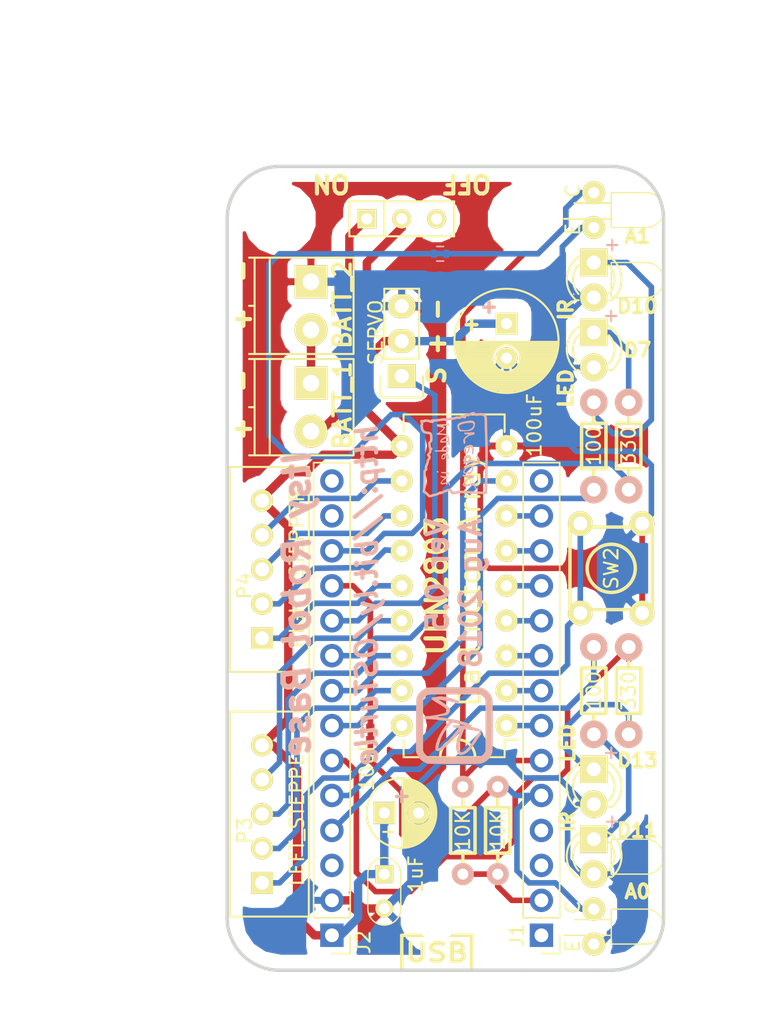
<source format=kicad_pcb>
(kicad_pcb (version 4) (host pcbnew 4.0.6)
  (title_block (title "Itsy Robot Board") (date 2018-04-28) (rev 0.3) (company www.MakersBox.us) (comment 1 "K. Olsen"))
  (layers (0 F.Cu signal hide) (31 B.Cu signal hide) (34 B.Paste user) (35 F.Paste user) (36 B.SilkS user) (37 F.SilkS user) (38 B.Mask user) (39 F.Mask user) (44 Edge.Cuts user))
  (net 0 "")
  (net 1 GND)
  (net 2 /D10)
  (net 3 /D11)
  (net 4 /D12)
  (net 5 /D13)
  (net 6 "Net-(P3-Pad2)")
  (net 7 "Net-(P3-Pad1)")
  (net 8 "Net-(P4-Pad2)")
  (net 9 "Net-(P4-Pad1)")
  (net 10 "Net-(P5-Pad2)")
  (net 11 "Net-(P6-Pad2)")
  (net 12 "Net-(P3-Pad3)")
  (net 13 "Net-(P3-Pad4)")
  (net 14 "Net-(P4-Pad3)")
  (net 15 "Net-(P4-Pad4)")
  (net 16 /A4)
  (net 17 /A5)
  (net 18 /A0)
  (net 19 /A1)
  (net 20 /D5)
  (net 21 "Net-(D2-Pad2)")
  (net 22 "Net-(D3-Pad2)")
  (net 23 "Net-(D4-Pad2)")
  (net 24 "Net-(D5-Pad2)")
  (net 25 /D9)
  (net 26 /A2)
  (net 27 /A3)
  (net 28 /BAT)
  (net 29 /RST)
  (net 30 +3V3)
  (net 31 "Net-(J1-Pad3)")
  (net 32 "Net-(J1-Pad4)")
  (net 33 /D15)
  (net 34 /D16)
  (net 35 /D14)
  (net 36 "Net-(J1-Pad14)")
  (net 37 /USB)
  (net 38 /D7)
  (net 39 /TX)
  (net 40 /RX)
  (module myFootPrints:PHOTOTRANS (layer F.Cu) (at 148.59 114.935 90)
    (fp_text reference Q2 hide)
    (fp_text value OPTO_NPN hide)
    (fp_text user E (at -1.397 -1.524 90) (layer F.SilkS))
    (fp_text user C (at 1.397 -1.524 90) (layer F.SilkS))
    (pad 1 thru_hole circle (at -1.27 0 90) (size 1.6764 1.6764) (drill 0.8128) (layers *.Cu *.Mask F.SilkS) (net 1 GND))
    (pad 3 thru_hole circle (at 1.27 0 135) (size 1.6764 1.6764) (drill 0.8128) (layers *.Cu *.Mask F.SilkS) (net 18 /A0))
  )
  (module LEDs:LED-3MM (layer F.Cu) (at 148.59 106.045 90)
    (fp_text reference D4 hide)
    (fp_text value LED)
    (pad 1 thru_hole circle (at 0 0 180) (size 2 2) (drill 1.00076) (layers *.Cu *.Mask F.SilkS) (net 1 GND))
    (pad 2 thru_hole rect (at 2.54 0 90) (size 2 2) (drill 1.00076) (layers *.Cu *.Mask F.SilkS) (net 23 "Net-(D4-Pad2)"))
  )
  (module library:JST_B5B-XH-A (layer F.Cu) (at 124.46 111.76 90)
    (fp_text reference P3 (at 3.81 -1.27 90) (layer F.SilkS))
    (fp_text value LEFT_STEPPER (at 5.08 2.54 90) (layer F.SilkS))
    (pad 1 thru_hole rect (at 0 0 90) (size 1.6 1.6) (drill 1) (layers *.Cu *.Mask F.SilkS) (net 7 "Net-(P3-Pad1)"))
    (pad 2 thru_hole circle (at 2.5 0 90) (size 1.6 1.6) (drill 1) (layers *.Cu *.Mask F.SilkS) (net 6 "Net-(P3-Pad2)"))
    (pad 3 thru_hole circle (at 5 0 90) (size 1.6 1.6) (drill 1) (layers *.Cu *.Mask F.SilkS) (net 12 "Net-(P3-Pad3)"))
    (pad 4 thru_hole circle (at 7.5 0 90) (size 1.6 1.6) (drill 1) (layers *.Cu *.Mask F.SilkS) (net 13 "Net-(P3-Pad4)"))
    (pad 5 thru_hole circle (at 10 0 90) (size 1.6 1.6) (drill 1) (layers *.Cu *.Mask F.SilkS) (net 28 /BAT))
  )
  (module Capacitors_ThroughHole:C_Radial_D5_L11_P2.5 (layer F.Cu) (at 133.35 106.68)
    (fp_text reference C2 hide)
    (fp_text value 10uF (at -1.27 -3.429 90) (layer F.SilkS))
    (fp_text user + (at 0.3 1.3) (layer F.SilkS))
    (pad 1 thru_hole rect (at 0 0) (size 1.6 1.6) (drill 0.8) (layers *.Cu *.Mask F.SilkS) (net 28 /BAT))
    (pad 2 thru_hole circle (at 2.5 0) (size 1.6 1.6) (drill 0.8) (layers *.Cu *.Mask F.SilkS) (net 1 GND))
  )
  (module Pin_Headers:Pin_Header_Straight_1x14_Pitch2.54mm (layer F.Cu) (at 144.78 115.57 180)
    (fp_text reference J1 (at 1.778 0 270) (layer F.SilkS))
    (fp_text value Isty_Left)
    (pad 1 thru_hole rect (at 0 0 180) (size 1.7 1.7) (drill 1) (layers *.Cu *.Mask) (net 29 /RST))
    (pad 2 thru_hole oval (at 0 2.54 180) (size 1.7 1.7) (drill 1) (layers *.Cu *.Mask) (net 30 +3V3))
    (pad 3 thru_hole oval (at 0 5.08 180) (size 1.7 1.7) (drill 1) (layers *.Cu *.Mask) (net 31 "Net-(J1-Pad3)"))
    (pad 4 thru_hole oval (at 0 7.62 180) (size 1.7 1.7) (drill 1) (layers *.Cu *.Mask) (net 32 "Net-(J1-Pad4)"))
    (pad 5 thru_hole oval (at 0 10.16 180) (size 1.7 1.7) (drill 1) (layers *.Cu *.Mask) (net 18 /A0))
    (pad 6 thru_hole oval (at 0 12.7 180) (size 1.7 1.7) (drill 1) (layers *.Cu *.Mask) (net 19 /A1))
    (pad 7 thru_hole oval (at 0 15.24 180) (size 1.7 1.7) (drill 1) (layers *.Cu *.Mask) (net 26 /A2))
    (pad 8 thru_hole oval (at 0 17.78 180) (size 1.7 1.7) (drill 1) (layers *.Cu *.Mask) (net 27 /A3))
    (pad 9 thru_hole oval (at 0 20.32 180) (size 1.7 1.7) (drill 1) (layers *.Cu *.Mask) (net 16 /A4))
    (pad 10 thru_hole oval (at 0 22.86 180) (size 1.7 1.7) (drill 1) (layers *.Cu *.Mask) (net 17 /A5))
    (pad 11 thru_hole oval (at 0 25.4 180) (size 1.7 1.7) (drill 1) (layers *.Cu *.Mask) (net 33 /D15))
    (pad 12 thru_hole oval (at 0 27.94 180) (size 1.7 1.7) (drill 1) (layers *.Cu *.Mask) (net 34 /D16))
    (pad 13 thru_hole oval (at 0 30.48 180) (size 1.7 1.7) (drill 1) (layers *.Cu *.Mask) (net 35 /D14))
    (pad 14 thru_hole oval (at 0 33.02 180) (size 1.7 1.7) (drill 1) (layers *.Cu *.Mask) (net 36 "Net-(J1-Pad14)"))
  )
  (module Capacitors_ThroughHole:C_Disc_D3_P2.5 (layer F.Cu) (at 133.35 111.125 270)
    (fp_text reference C3 hide)
    (fp_text value 1uF (at 0 -2.286 450) (layer F.SilkS))
    (pad 1 thru_hole rect (at 0 0 270) (size 1.3 1.3) (drill 0.8) (layers *.Cu *.Mask F.SilkS) (net 28 /BAT))
    (pad 2 thru_hole circle (at 2.5 0 270) (size 1.3 1.3) (drill 0.8001) (layers *.Cu *.Mask F.SilkS) (net 1 GND))
  )
  (module Housings_DIP:DIP-18_W7.62mm (layer F.Cu) (at 142.24 100.33 180)
    (fp_text reference U1 hide)
    (fp_text value ULN2803 (at 5.08 10.16 270) (layer F.SilkS) (effects (font (size 1.5 1.5) (thickness 0.3))))
    (pad 1 thru_hole oval (at 0 0 180) (size 1.6 1.6) (drill 0.8) (layers *.Cu *.Mask F.SilkS) (net 26 /A2))
    (pad 2 thru_hole oval (at 0 2.54 180) (size 1.6 1.6) (drill 0.8) (layers *.Cu *.Mask F.SilkS) (net 27 /A3))
    (pad 3 thru_hole oval (at 0 5.08 180) (size 1.6 1.6) (drill 0.8) (layers *.Cu *.Mask F.SilkS) (net 16 /A4))
    (pad 4 thru_hole oval (at 0 7.62 180) (size 1.6 1.6) (drill 0.8) (layers *.Cu *.Mask F.SilkS) (net 17 /A5))
    (pad 5 thru_hole oval (at 0 10.16 180) (size 1.6 1.6) (drill 0.8) (layers *.Cu *.Mask F.SilkS) (net 33 /D15))
    (pad 6 thru_hole oval (at 0 12.7 180) (size 1.6 1.6) (drill 0.8) (layers *.Cu *.Mask F.SilkS) (net 34 /D16))
    (pad 7 thru_hole oval (at 0 15.24 180) (size 1.6 1.6) (drill 0.8) (layers *.Cu *.Mask F.SilkS) (net 35 /D14))
    (pad 8 thru_hole oval (at 0 17.78 180) (size 1.6 1.6) (drill 0.8) (layers *.Cu *.Mask F.SilkS) (net 25 /D9))
    (pad 9 thru_hole oval (at 0 20.32 180) (size 1.6 1.6) (drill 0.8) (layers *.Cu *.Mask F.SilkS) (net 1 GND))
    (pad 10 thru_hole oval (at 7.62 20.32 180) (size 1.6 1.6) (drill 0.8) (layers *.Cu *.Mask F.SilkS) (net 28 /BAT))
    (pad 11 thru_hole oval (at 7.62 17.78 180) (size 1.6 1.6) (drill 0.8) (layers *.Cu *.Mask F.SilkS) (net 15 "Net-(P4-Pad4)"))
    (pad 12 thru_hole oval (at 7.62 15.24 180) (size 1.6 1.6) (drill 0.8) (layers *.Cu *.Mask F.SilkS) (net 14 "Net-(P4-Pad3)"))
    (pad 13 thru_hole oval (at 7.62 12.7 180) (size 1.6 1.6) (drill 0.8) (layers *.Cu *.Mask F.SilkS) (net 8 "Net-(P4-Pad2)"))
    (pad 14 thru_hole oval (at 7.62 10.16 180) (size 1.6 1.6) (drill 0.8) (layers *.Cu *.Mask F.SilkS) (net 9 "Net-(P4-Pad1)"))
    (pad 15 thru_hole oval (at 7.62 7.62 180) (size 1.6 1.6) (drill 0.8) (layers *.Cu *.Mask F.SilkS) (net 13 "Net-(P3-Pad4)"))
    (pad 16 thru_hole oval (at 7.62 5.08 180) (size 1.6 1.6) (drill 0.8) (layers *.Cu *.Mask F.SilkS) (net 12 "Net-(P3-Pad3)"))
    (pad 17 thru_hole oval (at 7.62 2.54 180) (size 1.6 1.6) (drill 0.8) (layers *.Cu *.Mask F.SilkS) (net 6 "Net-(P3-Pad2)"))
    (pad 18 thru_hole oval (at 7.62 0 180) (size 1.6 1.6) (drill 0.8) (layers *.Cu *.Mask F.SilkS) (net 7 "Net-(P3-Pad1)"))
  )
  (module library:JST_B5B-XH-A (layer F.Cu) (at 124.46 93.98 90)
    (fp_text reference P4 (at 3.81 -1.27 90) (layer F.SilkS))
    (fp_text value RIGHT_STEPPER (at 5.08 2.54 90) (layer F.SilkS))
    (pad 1 thru_hole rect (at 0 0 90) (size 1.6 1.6) (drill 1) (layers *.Cu *.Mask F.SilkS) (net 9 "Net-(P4-Pad1)"))
    (pad 2 thru_hole circle (at 2.5 0 90) (size 1.6 1.6) (drill 1) (layers *.Cu *.Mask F.SilkS) (net 8 "Net-(P4-Pad2)"))
    (pad 3 thru_hole circle (at 5 0 90) (size 1.6 1.6) (drill 1) (layers *.Cu *.Mask F.SilkS) (net 14 "Net-(P4-Pad3)"))
    (pad 4 thru_hole circle (at 7.5 0 90) (size 1.6 1.6) (drill 1) (layers *.Cu *.Mask F.SilkS) (net 15 "Net-(P4-Pad4)"))
    (pad 5 thru_hole circle (at 10 0 90) (size 1.6 1.6) (drill 1) (layers *.Cu *.Mask F.SilkS) (net 28 /BAT))
  )
  (module myFootPrints:Lego_Pad (layer F.Cu) (at 137.16 114.3)
    (fp_text reference P9 hide)
    (fp_text value CONN_01X01 hide)
    (pad "" np_thru_hole circle (at 0 0) (size 3.25 3.25) (drill 3.25) (layers *.Cu *.Mask))
  )
  (module myFootPrints:Lego_Pad (layer F.Cu) (at 143.51 63.5)
    (fp_text reference P9 hide)
    (fp_text value CONN_01X01 hide)
    (pad "" np_thru_hole circle (at 0 0) (size 3.25 3.25) (drill 3.25) (layers *.Cu *.Mask))
  )
  (module myFootPrints:Lego_Pad (layer F.Cu) (at 125.73 63.5)
    (fp_text reference P9 hide)
    (fp_text value CONN_01X01 hide)
    (pad "" np_thru_hole circle (at 0 0) (size 3.25 3.25) (drill 3.25) (layers *.Cu *.Mask))
  )
  (module Capacitors_ThroughHole:C_Radial_D7.5_L11.2_P2.5 (layer F.Cu) (at 142.24 71.12 270)
    (fp_text reference C1 hide)
    (fp_text value 100uF (at 7.366 -2.032 450) (layer F.SilkS))
    (pad 2 thru_hole circle (at 2.5 0 270) (size 1.6 1.6) (drill 0.8) (layers *.Cu *.Mask F.SilkS) (net 1 GND))
    (pad 1 thru_hole rect (at 0 0 270) (size 1.6 1.6) (drill 0.8) (layers *.Cu *.Mask F.SilkS) (net 28 /BAT))
  )
  (module Pin_Headers:Pin_Header_Straight_1x03 (layer F.Cu) (at 134.62 74.93 180)
    (fp_text reference P7 hide)
    (fp_text value SERVO (at 1.905 3.175 270) (layer F.SilkS))
    (pad 1 thru_hole rect (at 0 0 180) (size 2.032 1.7272) (drill 1.016) (layers *.Cu *.Mask F.SilkS) (net 20 /D5))
    (pad 2 thru_hole oval (at 0 2.54 180) (size 2.032 1.7272) (drill 1.016) (layers *.Cu *.Mask F.SilkS) (net 28 /BAT))
    (pad 3 thru_hole oval (at 0 5.08 180) (size 2.032 1.7272) (drill 1.016) (layers *.Cu *.Mask F.SilkS) (net 1 GND))
  )
  (module myFootPrints:SW_Micro_SPST (layer F.Cu) (at 134.62 63.5)
    (fp_text reference SW1 hide)
    (fp_text value SPST)
    (pad 1 thru_hole rect (at -2.54 0) (size 1.397 1.397) (drill 0.8128) (layers *.Cu *.Mask F.SilkS) (net 11 "Net-(P6-Pad2)"))
    (pad 2 thru_hole circle (at 0 0) (size 1.397 1.397) (drill 0.8128) (layers *.Cu *.Mask F.SilkS) (net 28 /BAT))
    (pad 3 thru_hole circle (at 2.54 0) (size 1.397 1.397) (drill 0.8128) (layers *.Cu *.Mask F.SilkS))
  )
  (module myFootPrints:MadeInOregonRev25 (layer F.Cu) (at 138.43 80.645 90)
    (fp_text reference VAL hide)
    (fp_text value MadeInOregonRev25 hide)
  )
  (module myFootPrints:MB225rev (layer F.Cu) (at 138.43 100.33 90)
    (fp_text reference VAL hide)
    (fp_text value MB225rev hide)
  )
  (module Terminal_Blocks:TerminalBlock_Pheonix_PT-3.5mm_2pol (layer F.Cu) (at 128.016 68.072 270)
    (fp_text reference P5 hide)
    (fp_text value BATT1)
    (pad 2 thru_hole circle (at 3.5 0 270) (size 2.4 2.4) (drill 1.2) (layers *.Cu *.Mask F.SilkS) (net 10 "Net-(P5-Pad2)"))
    (pad 1 thru_hole rect (at 0 0 270) (size 2.4 2.4) (drill 1.2) (layers *.Cu *.Mask F.SilkS) (net 1 GND))
  )
  (module Terminal_Blocks:TerminalBlock_Pheonix_PT-3.5mm_2pol (layer F.Cu) (at 128.016 75.438 270)
    (fp_text reference P6 hide)
    (fp_text value BATT2)
    (pad 2 thru_hole circle (at 3.5 0 270) (size 2.4 2.4) (drill 1.2) (layers *.Cu *.Mask F.SilkS) (net 11 "Net-(P6-Pad2)"))
    (pad 1 thru_hole rect (at 0 0 270) (size 2.4 2.4) (drill 1.2) (layers *.Cu *.Mask F.SilkS) (net 10 "Net-(P5-Pad2)"))
  )
  (module LEDs:LED-3MM (layer F.Cu) (at 148.59 74.295 90)
    (fp_text reference D3 hide)
    (fp_text value LED)
    (pad 1 thru_hole circle (at 0 0 180) (size 2 2) (drill 1.00076) (layers *.Cu *.Mask F.SilkS) (net 1 GND))
    (pad 2 thru_hole rect (at 2.54 0 90) (size 2 2) (drill 1.00076) (layers *.Cu *.Mask F.SilkS) (net 22 "Net-(D3-Pad2)"))
  )
  (module myFootPrints:Resistor_Horz (layer F.Cu) (at 148.59 97.79 270)
    (fp_text reference R2)
    (fp_text value 100 (at 0 0 270) (layer F.SilkS))
    (pad 1 thru_hole circle (at -3.175 0 270) (size 1.99898 1.99898) (drill 1.00076) (layers *.Cu *.SilkS *.Mask) (net 5 /D13))
    (pad 2 thru_hole circle (at 3.175 0 270) (size 1.99898 1.99898) (drill 1.00076) (layers *.Cu *.SilkS *.Mask) (net 21 "Net-(D2-Pad2)"))
  )
  (module myFootPrints:Resistor_Horz (layer F.Cu) (at 151.13 80.01 90)
    (fp_text reference R3)
    (fp_text value 330 (at 0 0 90) (layer F.SilkS))
    (pad 1 thru_hole circle (at -3.175 0 90) (size 1.99898 1.99898) (drill 1.00076) (layers *.Cu *.SilkS *.Mask) (net 38 /D7))
    (pad 2 thru_hole circle (at 3.175 0 90) (size 1.99898 1.99898) (drill 1.00076) (layers *.Cu *.SilkS *.Mask) (net 22 "Net-(D3-Pad2)"))
  )
  (module myFootPrints:Resistor_Horz (layer F.Cu) (at 151.13 97.79 270)
    (fp_text reference R4)
    (fp_text value 330 (at 0 0 270) (layer F.SilkS))
    (pad 1 thru_hole circle (at -3.175 0 270) (size 1.99898 1.99898) (drill 1.00076) (layers *.Cu *.SilkS *.Mask) (net 3 /D11))
    (pad 2 thru_hole circle (at 3.175 0 270) (size 1.99898 1.99898) (drill 1.00076) (layers *.Cu *.SilkS *.Mask) (net 23 "Net-(D4-Pad2)"))
  )
  (module myFootPrints:Resistor_Horz (layer F.Cu) (at 148.59 80.01 90)
    (fp_text reference R5)
    (fp_text value 100 (at 0 0 90) (layer F.SilkS))
    (pad 1 thru_hole circle (at -3.175 0 90) (size 1.99898 1.99898) (drill 1.00076) (layers *.Cu *.SilkS *.Mask) (net 2 /D10))
    (pad 2 thru_hole circle (at 3.175 0 90) (size 1.99898 1.99898) (drill 1.00076) (layers *.Cu *.SilkS *.Mask) (net 24 "Net-(D5-Pad2)"))
  )
  (module myFootPrints:Resistor_Horz (layer F.Cu) (at 141.605 107.95 90)
    (fp_text reference R6)
    (fp_text value 10K (at 0 0 90) (layer F.SilkS))
    (pad 1 thru_hole circle (at -3.175 0 90) (size 1.6 1.6) (drill 0.8) (layers *.Cu *.SilkS *.Mask) (net 30 +3V3))
    (pad 2 thru_hole circle (at 3.175 0 90) (size 1.6 1.6) (drill 0.8) (layers *.Cu *.SilkS *.Mask) (net 18 /A0))
  )
  (module myFootPrints:Resistor_Horz (layer F.Cu) (at 139.065 107.95 90)
    (fp_text reference R7)
    (fp_text value 10K (at 0 0 90) (layer F.SilkS))
    (pad 1 thru_hole circle (at -3.175 0 90) (size 1.6 1.6) (drill 0.8) (layers *.Cu *.SilkS *.Mask) (net 30 +3V3))
    (pad 2 thru_hole circle (at 3.175 0 90) (size 1.6 1.6) (drill 0.8) (layers *.Cu *.SilkS *.Mask) (net 19 /A1))
  )
  (module myFootPrints:SW_PUSH_SMALL (layer F.Cu) (at 149.86 88.9 90)
    (fp_text reference SW2 (at 0 0 90) (layer F.SilkS))
    (fp_text value SW_PUSH hide)
    (pad 1 thru_hole circle (at 3.25 -2.25 90) (size 1.8 1.8) (drill 1) (layers *.Cu *.Mask F.SilkS) (net 4 /D12))
    (pad 2 thru_hole circle (at 3.25 2.25 90) (size 1.8 1.8) (drill 1) (layers *.Cu *.Mask F.SilkS) (net 1 GND))
    (pad 1 thru_hole circle (at -3.25 -2.25 90) (size 1.8 1.8) (drill 1) (layers *.Cu *.Mask F.SilkS) (net 4 /D12))
    (pad 2 thru_hole circle (at -3.25 2.25 90) (size 1.8 1.8) (drill 1) (layers *.Cu *.Mask F.SilkS) (net 1 GND))
  )
  (module Pin_Headers:Pin_Header_Straight_1x14_Pitch2.54mm (layer F.Cu) (at 129.54 115.57 180)
    (fp_text reference J2 (at -2.286 -0.508 270) (layer F.SilkS))
    (fp_text value Itsy_right)
    (pad 1 thru_hole rect (at 0 0 180) (size 1.7 1.7) (drill 1) (layers *.Cu *.Mask) (net 28 /BAT))
    (pad 2 thru_hole oval (at 0 2.54 180) (size 1.7 1.7) (drill 1) (layers *.Cu *.Mask) (net 1 GND))
    (pad 3 thru_hole oval (at 0 5.08 180) (size 1.7 1.7) (drill 1) (layers *.Cu *.Mask) (net 37 /USB))
    (pad 4 thru_hole oval (at 0 7.62 180) (size 1.7 1.7) (drill 1) (layers *.Cu *.Mask) (net 5 /D13))
    (pad 5 thru_hole oval (at 0 10.16 180) (size 1.7 1.7) (drill 1) (layers *.Cu *.Mask) (net 4 /D12))
    (pad 6 thru_hole oval (at 0 12.7 180) (size 1.7 1.7) (drill 1) (layers *.Cu *.Mask) (net 3 /D11))
    (pad 7 thru_hole oval (at 0 15.24 180) (size 1.7 1.7) (drill 1) (layers *.Cu *.Mask) (net 2 /D10))
    (pad 8 thru_hole oval (at 0 17.78 180) (size 1.7 1.7) (drill 1) (layers *.Cu *.Mask) (net 25 /D9))
    (pad 9 thru_hole oval (at 0 20.32 180) (size 1.7 1.7) (drill 1) (layers *.Cu *.Mask) (net 38 /D7))
    (pad 10 thru_hole oval (at 0 22.86 180) (size 1.7 1.7) (drill 1) (layers *.Cu *.Mask) (net 20 /D5))
    (pad 11 thru_hole oval (at 0 25.4 180) (size 1.7 1.7) (drill 1) (layers *.Cu *.Mask) (net 18 /A0))
    (pad 12 thru_hole oval (at 0 27.94 180) (size 1.7 1.7) (drill 1) (layers *.Cu *.Mask) (net 19 /A1))
    (pad 13 thru_hole oval (at 0 30.48 180) (size 1.7 1.7) (drill 1) (layers *.Cu *.Mask) (net 39 /TX))
    (pad 14 thru_hole oval (at 0 33.02 180) (size 1.7 1.7) (drill 1) (layers *.Cu *.Mask) (net 40 /RX))
  )
  (module Resistors_SMD:R_0402 (layer B.Cu) (at 137.414 66.04 180)
    (fp_text reference R1 hide)
    (fp_text value 0)
    (pad 1 smd rect (at -0.45 0 180) (size 0.4 0.6) (layers B.Cu B.Paste B.Mask) (net 19 /A1))
    (pad 2 smd rect (at 0.45 0 180) (size 0.4 0.6) (layers B.Cu B.Paste B.Mask) (net 19 /A1))
  )
  (module Resistors_SMD:R_0402 (layer F.Cu) (at 132.334 100.838 270)
    (fp_text reference R8 hide)
    (fp_text value 0)
    (pad 1 smd rect (at -0.45 0 270) (size 0.4 0.6) (layers F.Cu F.Paste F.Mask) (net 18 /A0))
    (pad 2 smd rect (at 0.45 0 270) (size 0.4 0.6) (layers F.Cu F.Paste F.Mask) (net 18 /A0))
  )
  (module library:LED-3MM_RA (layer F.Cu) (at 148.59 111.125 90)
    (fp_text reference D2 hide)
    (fp_text value IR_LED)
    (fp_text user + (at 3.81 1.27 90) (layer B.SilkS) (effects (justify mirror)))
    (fp_text user + (at 3.81 1.27 90) (layer F.SilkS))
    (pad 1 thru_hole circle (at 0 0 180) (size 2 2) (drill 1.00076) (layers *.Cu *.Mask F.SilkS) (net 1 GND))
    (pad 2 thru_hole rect (at 2.54 0 90) (size 2 2) (drill 1.00076) (layers *.Cu *.Mask F.SilkS) (net 21 "Net-(D2-Pad2)"))
  )
  (module library:LED-3MM_RA (layer F.Cu) (at 148.59 69.215 90)
    (fp_text reference D5 hide)
    (fp_text value "IR LED")
    (fp_text user + (at 3.81 1.27 90) (layer B.SilkS) (effects (justify mirror)))
    (fp_text user + (at 3.81 1.27 90) (layer F.SilkS))
    (pad 1 thru_hole circle (at 0 0 180) (size 2 2) (drill 1.00076) (layers *.Cu *.Mask F.SilkS) (net 1 GND))
    (pad 2 thru_hole rect (at 2.54 0 90) (size 2 2) (drill 1.00076) (layers *.Cu *.Mask F.SilkS) (net 24 "Net-(D5-Pad2)"))
  )
  (module library:PHOTOTRANS-RA (layer F.Cu) (at 148.59 62.865 90)
    (fp_text reference Q1 hide)
    (fp_text value OPTO_NPN hide)
    (fp_text user E (at -1.397 -1.524 90) (layer F.SilkS))
    (fp_text user C (at 1.397 -1.524 90) (layer F.SilkS))
    (pad 1 thru_hole circle (at -1.27 0 90) (size 1.6764 1.6764) (drill 0.8128) (layers *.Cu *.Mask F.SilkS) (net 1 GND))
    (pad 3 thru_hole circle (at 1.27 0 135) (size 1.6764 1.6764) (drill 0.8128) (layers *.Cu *.Mask F.SilkS) (net 19 /A1))
  )
  (gr_text + (at 149.86 70.485) (layer F.SilkS) (effects (font (size 1 1))))
  (gr_text + (at 149.86 70.485) (layer B.SilkS) (effects (font (size 1 1))))
  (gr_text + (at 149.86 102.235) (layer B.SilkS) (effects (font (size 1 1))))
  (gr_text + (at 149.86 102.235) (layer F.SilkS) (effects (font (size 1 1))))
  (gr_line (start 139.7 115.57) (end 139.7 118.11) (angle 90) (layer F.SilkS) (width 0.254))
  (gr_line (start 136.525 115.57) (end 139.7 115.57) (angle 90) (layer F.SilkS) (width 0.254))
  (gr_line (start 134.62 115.57) (end 136.525 115.57) (angle 90) (layer F.SilkS) (width 0.254))
  (gr_line (start 134.62 118.11) (end 134.62 115.57) (angle 90) (layer F.SilkS) (width 0.254))
  (gr_text USB (at 137.16 116.84) (layer F.SilkS) (effects (font (size 1.27 1.5) (thickness 0.3))))
  (gr_text http://bit.ly/OSTurtle (at 132.08 90.805 90) (layer B.SilkS) (effects (font (size 1.5 1.5) (thickness 0.3) italic) (justify mirror)))
  (gr_text "Darlington Array" (at 139.573 89.789 90) (layer F.SilkS) (effects (font (size 1.5 1.5) (thickness 0.2))))
  (gr_text + (at 140.97 69.85) (layer B.SilkS) (effects (font (size 1 1) (thickness 0.25)) (justify mirror)))
  (gr_text + (at 134.62 105.41) (layer B.SilkS) (effects (font (size 1 1) (thickness 0.25)) (justify mirror)))
  (gr_text A1 (at 151.765 64.77) (layer F.SilkS) (effects (font (size 1 1) (thickness 0.25))))
  (gr_text D10 (at 151.765 69.85) (layer F.SilkS) (effects (font (size 1 1) (thickness 0.25))))
  (gr_text D7 (at 151.765 73.025) (layer F.SilkS) (effects (font (size 1 1) (thickness 0.25))))
  (gr_text D11 (at 151.765 107.95) (layer F.SilkS) (effects (font (size 1 1) (thickness 0.25))))
  (gr_text D13 (at 151.765 102.87) (layer F.SilkS) (effects (font (size 1 1) (thickness 0.25))))
  (gr_text A0 (at 151.765 112.395) (layer F.SilkS) (effects (font (size 1 1) (thickness 0.25))))
  (gr_line (start 148.59 59.69) (end 149.86 59.69) (angle 90) (layer Edge.Cuts) (width 0.254))
  (gr_line (start 148.59 118.11) (end 149.86 118.11) (angle 90) (layer Edge.Cuts) (width 0.254))
  (gr_text + (at 139.7 71.12) (layer F.SilkS) (effects (font (size 1.016 1.016) (thickness 0.254))))
  (gr_text LED (at 146.558 75.819 90) (layer F.SilkS) (effects (font (size 1.016 1.016) (thickness 0.254))))
  (gr_text IR (at 146.558 70.104 90) (layer F.SilkS) (effects (font (size 1.016 1.016) (thickness 0.254))))
  (gr_text LED (at 146.685 101.6 90) (layer F.SilkS) (effects (font (size 1.016 1.016) (thickness 0.254))))
  (gr_text IR (at 146.685 107.315 90) (layer F.SilkS) (effects (font (size 1.016 1.016) (thickness 0.254))))
  (gr_line (start 143.51 59.69) (end 148.59 59.69) (angle 90) (layer Edge.Cuts) (width 0.254))
  (gr_line (start 143.51 118.11) (end 148.59 118.11) (angle 90) (layer Edge.Cuts) (width 0.254))
  (gr_line (start 153.67 114.3) (end 153.67 63.5) (angle 90) (layer Edge.Cuts) (width 0.254))
  (gr_text "BATT_1 BATT_2" (at 130.302 73.406 90) (layer F.SilkS) (effects (font (size 1.25 1.25) (thickness 0.25))))
  (gr_text "Ver 0.5\nAug 2018" (at 138.43 85.09 90) (layer B.SilkS) (effects (font (size 1.5 1.5) (thickness 0.3)) (justify left mirror)))
  (gr_text "Itsy Robot Base" (at 127 91.44 90) (layer B.SilkS) (effects (font (size 1.85 1.85) (thickness 0.4) italic) (justify mirror)))
  (gr_text "S + -" (at 137.16 72.39 90) (layer F.SilkS) (effects (font (size 1.25 1.25) (thickness 0.3))))
  (gr_line (start 143.51 59.69) (end 125.73 59.69) (angle 90) (layer Edge.Cuts) (width 0.254))
  (gr_line (start 121.92 66.04) (end 121.92 63.5) (angle 90) (layer Edge.Cuts) (width 0.254))
  (gr_line (start 121.92 114.3) (end 121.92 113.03) (angle 90) (layer Edge.Cuts) (width 0.254))
  (gr_line (start 125.73 118.11) (end 143.51 118.11) (angle 90) (layer Edge.Cuts) (width 0.254))
  (gr_arc (start 149.86 114.3) (end 153.67 114.3) (angle 90) (layer Edge.Cuts) (width 0.254))
  (gr_arc (start 125.73 114.3) (end 125.73 118.11) (angle 90) (layer Edge.Cuts) (width 0.254))
  (gr_arc (start 149.86 63.5) (end 149.86 59.69) (angle 90) (layer Edge.Cuts) (width 0.254))
  (gr_arc (start 125.73 63.5) (end 121.92 63.5) (angle 90) (layer Edge.Cuts) (width 0.254))
  (gr_text "-  +   -  +" (at 123.19 73.025 270) (layer F.SilkS) (effects (font (size 1.27 1.27) (thickness 0.3))))
  (gr_text "OFF       ON" (at 134.62 60.96 180) (layer F.SilkS) (effects (font (size 1.27 1.27) (thickness 0.3))))
  (gr_line (start 121.92 113.03) (end 121.92 66.04) (angle 90) (layer Edge.Cuts) (width 0.254))
  (segment (start 148.59 106.045) (end 147.955 106.045) (width 0.4064) (layer B.Cu) (net 1))
  (segment (start 147.955 106.045) (end 146.05 104.14) (width 0.4064) (layer B.Cu) (net 1))
  (segment (start 135.85 104.561) (end 135.85 106.68) (width 0.4064) (layer B.Cu) (net 1))
  (segment (start 137.414 102.997) (end 135.85 104.561) (width 0.4064) (layer B.Cu) (net 1))
  (segment (start 142.367 102.997) (end 137.414 102.997) (width 0.4064) (layer B.Cu) (net 1))
  (segment (start 143.51 104.14) (end 142.367 102.997) (width 0.4064) (layer B.Cu) (net 1))
  (segment (start 146.05 104.14) (end 143.51 104.14) (width 0.4064) (layer B.Cu) (net 1))
  (segment (start 148.59 116.205) (end 149.098 116.205) (width 0.4064) (layer B.Cu) (net 1))
  (segment (start 149.098 116.205) (end 150.495 114.808) (width 0.4064) (layer B.Cu) (net 1))
  (segment (start 150.495 114.808) (end 150.495 111.887) (width 0.4064) (layer B.Cu) (net 1))
  (segment (start 150.495 111.887) (end 149.733 111.125) (width 0.4064) (layer B.Cu) (net 1))
  (segment (start 149.733 111.125) (end 148.59 111.125) (width 0.4064) (layer B.Cu) (net 1))
  (segment (start 148.59 69.215) (end 147.701 69.215) (width 0.4064) (layer B.Cu) (net 1))
  (segment (start 147.701 69.215) (end 146.304 67.818) (width 0.4064) (layer B.Cu) (net 1))
  (segment (start 147.701 64.135) (end 148.59 64.135) (width 0.4064) (layer B.Cu) (net 1))
  (segment (start 146.304 65.532) (end 147.701 64.135) (width 0.4064) (layer B.Cu) (net 1))
  (segment (start 146.304 67.818) (end 146.304 65.532) (width 0.4064) (layer B.Cu) (net 1))
  (segment (start 147.066 74.295) (end 145.923 75.438) (width 0.4064) (layer B.Cu) (net 1))
  (segment (start 152.781 84.979) (end 152.11 85.65) (width 0.4064) (layer B.Cu) (net 1))
  (segment (start 152.781 81.407) (end 152.781 84.979) (width 0.4064) (layer B.Cu) (net 1))
  (segment (start 151.765 80.391) (end 152.781 81.407) (width 0.4064) (layer B.Cu) (net 1))
  (segment (start 147.32 80.391) (end 151.765 80.391) (width 0.4064) (layer B.Cu) (net 1))
  (segment (start 145.923 78.994) (end 147.32 80.391) (width 0.4064) (layer B.Cu) (net 1))
  (segment (start 145.923 75.438) (end 145.923 78.994) (width 0.4064) (layer B.Cu) (net 1))
  (segment (start 148.59 69.215) (end 147.955 69.215) (width 0.4064) (layer B.Cu) (net 1))
  (segment (start 147.955 69.215) (end 145.796 71.374) (width 0.4064) (layer B.Cu) (net 1))
  (segment (start 147.066 74.295) (end 148.59 74.295) (width 0.4064) (layer B.Cu) (net 1))
  (segment (start 145.796 73.025) (end 147.066 74.295) (width 0.4064) (layer B.Cu) (net 1))
  (segment (start 145.796 71.374) (end 145.796 73.025) (width 0.4064) (layer B.Cu) (net 1))
  (segment (start 143.383 68.707) (end 144.018 68.707) (width 0.4064) (layer B.Cu) (net 1))
  (segment (start 144.018 68.707) (end 144.526 69.215) (width 0.4064) (layer B.Cu) (net 1))
  (segment (start 144.526 69.215) (end 148.59 69.215) (width 0.4064) (layer B.Cu) (net 1))
  (segment (start 138.303 68.707) (end 143.383 68.707) (width 0.4064) (layer B.Cu) (net 1))
  (segment (start 137.16 69.85) (end 138.303 68.707) (width 0.4064) (layer B.Cu) (net 1))
  (segment (start 134.62 69.85) (end 137.16 69.85) (width 0.4064) (layer B.Cu) (net 1))
  (segment (start 148.59 111.125) (end 147.701 111.125) (width 0.4064) (layer B.Cu) (net 1))
  (segment (start 147.701 111.125) (end 146.685 110.109) (width 0.4064) (layer B.Cu) (net 1))
  (segment (start 147.447 106.045) (end 148.59 106.045) (width 0.4064) (layer B.Cu) (net 1))
  (segment (start 146.685 106.807) (end 147.447 106.045) (width 0.4064) (layer B.Cu) (net 1))
  (segment (start 146.685 110.109) (end 146.685 106.807) (width 0.4064) (layer B.Cu) (net 1))
  (segment (start 133.35 113.625) (end 131.659 113.625) (width 0.6096) (layer F.Cu) (net 1))
  (segment (start 131.064 113.03) (end 129.54 113.03) (width 0.6096) (layer F.Cu) (net 1))
  (segment (start 131.659 113.625) (end 131.064 113.03) (width 0.6096) (layer F.Cu) (net 1))
  (segment (start 152.11 92.15) (end 152.11 89.88) (width 0.4064) (layer F.Cu) (net 1))
  (segment (start 140.97 80.01) (end 142.24 80.01) (width 0.4064) (layer F.Cu) (net 1))
  (segment (start 140.335 80.645) (end 140.97 80.01) (width 0.4064) (layer F.Cu) (net 1))
  (segment (start 140.335 88.265) (end 140.335 80.645) (width 0.4064) (layer F.Cu) (net 1))
  (segment (start 140.97 88.9) (end 140.335 88.265) (width 0.4064) (layer F.Cu) (net 1))
  (segment (start 151.13 88.9) (end 140.97 88.9) (width 0.4064) (layer F.Cu) (net 1))
  (segment (start 152.11 89.88) (end 151.13 88.9) (width 0.4064) (layer F.Cu) (net 1))
  (segment (start 135.85 106.68) (end 135.85 104.18) (width 0.6096) (layer F.Cu) (net 1))
  (segment (start 135.89 69.85) (end 134.62 69.85) (width 0.6096) (layer F.Cu) (net 1))
  (segment (start 137.16 71.12) (end 135.89 69.85) (width 0.6096) (layer F.Cu) (net 1))
  (segment (start 137.16 102.87) (end 137.16 71.12) (width 0.6096) (layer F.Cu) (net 1))
  (segment (start 135.85 104.18) (end 137.16 102.87) (width 0.6096) (layer F.Cu) (net 1))
  (segment (start 152.035 85.725) (end 152.11 85.65) (width 0.4064) (layer F.Cu) (net 1))
  (segment (start 152.11 85.65) (end 152.11 92.15) (width 0.4064) (layer F.Cu) (net 1))
  (segment (start 133.35 113.625) (end 133.39 113.625) (width 0.6096) (layer B.Cu) (net 1))
  (segment (start 133.39 113.625) (end 135.85 111.165) (width 0.6096) (layer B.Cu) (net 1))
  (segment (start 135.85 111.165) (end 135.85 106.68) (width 0.6096) (layer B.Cu) (net 1))
  (segment (start 134.62 69.85) (end 132.715 69.85) (width 0.6096) (layer B.Cu) (net 1))
  (segment (start 132.715 69.85) (end 130.937 68.072) (width 0.6096) (layer B.Cu) (net 1))
  (segment (start 130.937 68.072) (end 128.016 68.072) (width 0.6096) (layer B.Cu) (net 1))
  (segment (start 142.24 80.01) (end 142.24 73.62) (width 0.4064) (layer B.Cu) (net 1))
  (segment (start 140.335 89.535) (end 140.335 85.09) (width 0.4064) (layer B.Cu) (net 2))
  (segment (start 131.445 100.33) (end 132.715 99.06) (width 0.4064) (layer B.Cu) (net 2))
  (segment (start 132.715 99.06) (end 135.89 99.06) (width 0.4064) (layer B.Cu) (net 2))
  (segment (start 135.89 99.06) (end 140.335 94.615) (width 0.4064) (layer B.Cu) (net 2))
  (segment (start 140.335 94.615) (end 140.335 90.17) (width 0.4064) (layer B.Cu) (net 2))
  (segment (start 140.335 90.17) (end 140.335 89.535) (width 0.4064) (layer B.Cu) (net 2))
  (segment (start 129.54 100.33) (end 131.445 100.33) (width 0.4064) (layer B.Cu) (net 2))
  (segment (start 141.605 83.82) (end 147.955 83.82) (width 0.4064) (layer B.Cu) (net 2))
  (segment (start 140.335 85.09) (end 141.605 83.82) (width 0.4064) (layer B.Cu) (net 2))
  (segment (start 147.955 83.82) (end 148.59 83.185) (width 0.4064) (layer B.Cu) (net 2))
  (segment (start 148.59 82.55) (end 148.59 83.185) (width 0.4064) (layer B.Cu) (net 2))
  (segment (start 142.875 108.585) (end 142.875 105.41) (width 0.4064) (layer F.Cu) (net 3))
  (segment (start 131.318 110.998) (end 132.715 112.395) (width 0.4064) (layer F.Cu) (net 3))
  (segment (start 132.715 112.395) (end 135.255 112.395) (width 0.4064) (layer F.Cu) (net 3))
  (segment (start 135.255 112.395) (end 137.795 109.855) (width 0.4064) (layer F.Cu) (net 3))
  (segment (start 137.795 109.855) (end 141.605 109.855) (width 0.4064) (layer F.Cu) (net 3))
  (segment (start 141.605 109.855) (end 142.875 108.585) (width 0.4064) (layer F.Cu) (net 3))
  (segment (start 151.13 94.615) (end 146.685 99.06) (width 0.4064) (layer F.Cu) (net 3))
  (segment (start 130.4925 102.87) (end 129.54 102.87) (width 0.4064) (layer F.Cu) (net 3))
  (segment (start 131.318 103.6955) (end 130.4925 102.87) (width 0.4064) (layer F.Cu) (net 3))
  (segment (start 131.318 107.569) (end 131.318 103.6955) (width 0.4064) (layer F.Cu) (net 3))
  (segment (start 131.318 107.569) (end 131.318 110.998) (width 0.4064) (layer F.Cu) (net 3))
  (segment (start 146.685 103.505) (end 146.685 99.06) (width 0.4064) (layer F.Cu) (net 3))
  (segment (start 146.05 104.14) (end 146.685 103.505) (width 0.4064) (layer F.Cu) (net 3))
  (segment (start 144.145 104.14) (end 146.05 104.14) (width 0.4064) (layer F.Cu) (net 3))
  (segment (start 142.875 105.41) (end 144.145 104.14) (width 0.4064) (layer F.Cu) (net 3))
  (segment (start 151.13 94.615) (end 151.13 95.5675) (width 0.4064) (layer F.Cu) (net 3))
  (segment (start 147.61 92.15) (end 147.61 85.65) (width 0.4064) (layer B.Cu) (net 4))
  (segment (start 129.54 105.41) (end 130.81 105.41) (width 0.4064) (layer B.Cu) (net 4))
  (segment (start 146.685 93.075) (end 147.61 92.15) (width 0.4064) (layer B.Cu) (net 4))
  (segment (start 146.685 95.885) (end 146.685 93.075) (width 0.4064) (layer B.Cu) (net 4))
  (segment (start 146.05 96.52) (end 146.685 95.885) (width 0.4064) (layer B.Cu) (net 4))
  (segment (start 140.97 96.52) (end 146.05 96.52) (width 0.4064) (layer B.Cu) (net 4))
  (segment (start 135.255 102.235) (end 140.97 96.52) (width 0.4064) (layer B.Cu) (net 4))
  (segment (start 133.985 102.235) (end 135.255 102.235) (width 0.4064) (layer B.Cu) (net 4))
  (segment (start 130.81 105.41) (end 133.985 102.235) (width 0.4064) (layer B.Cu) (net 4))
  (segment (start 137.16 102.235) (end 135.89 103.505) (width 0.4064) (layer B.Cu) (net 5))
  (segment (start 137.16 102.235) (end 140.335 99.06) (width 0.4064) (layer B.Cu) (net 5))
  (segment (start 140.335 99.06) (end 146.685 99.06) (width 0.4064) (layer B.Cu) (net 5))
  (segment (start 146.685 99.06) (end 148.59 97.155) (width 0.4064) (layer B.Cu) (net 5))
  (segment (start 148.59 94.615) (end 148.59 97.155) (width 0.4064) (layer B.Cu) (net 5))
  (segment (start 133.985 103.505) (end 129.54 107.95) (width 0.4064) (layer B.Cu) (net 5))
  (segment (start 135.89 103.505) (end 133.985 103.505) (width 0.4064) (layer B.Cu) (net 5))
  (segment (start 127 104.14) (end 127 107.95) (width 0.4064) (layer B.Cu) (net 6))
  (segment (start 134.62 97.79) (end 132.715 97.79) (width 0.4064) (layer B.Cu) (net 6))
  (segment (start 127 102.87) (end 127 104.14) (width 0.4064) (layer B.Cu) (net 6))
  (segment (start 127 100.33) (end 127 102.87) (width 0.4064) (layer B.Cu) (net 6))
  (segment (start 128.27 99.06) (end 127 100.33) (width 0.4064) (layer B.Cu) (net 6))
  (segment (start 131.445 99.06) (end 128.27 99.06) (width 0.4064) (layer B.Cu) (net 6))
  (segment (start 132.715 97.79) (end 131.445 99.06) (width 0.4064) (layer B.Cu) (net 6))
  (segment (start 125.69 109.26) (end 124.46 109.26) (width 0.4064) (layer B.Cu) (net 6))
  (segment (start 127 107.95) (end 125.69 109.26) (width 0.4064) (layer B.Cu) (net 6))
  (segment (start 130.81 104.14) (end 128.905 104.14) (width 0.4064) (layer B.Cu) (net 7))
  (segment (start 132.08 102.87) (end 130.81 104.14) (width 0.4064) (layer B.Cu) (net 7))
  (segment (start 134.62 100.33) (end 132.08 102.87) (width 0.4064) (layer B.Cu) (net 7))
  (segment (start 125.73 111.76) (end 124.46 111.76) (width 0.4064) (layer B.Cu) (net 7))
  (segment (start 127.635 109.855) (end 125.73 111.76) (width 0.4064) (layer B.Cu) (net 7))
  (segment (start 127.635 105.41) (end 127.635 109.855) (width 0.4064) (layer B.Cu) (net 7))
  (segment (start 128.27 104.775) (end 127.635 105.41) (width 0.4064) (layer B.Cu) (net 7))
  (segment (start 128.905 104.14) (end 128.27 104.775) (width 0.4064) (layer B.Cu) (net 7))
  (segment (start 124.46 91.48) (end 125.69 91.48) (width 0.4064) (layer B.Cu) (net 8))
  (segment (start 133.4135 87.5665) (end 134.62 87.63) (width 0.4064) (layer B.Cu) (net 8))
  (segment (start 132.1435 88.8365) (end 133.4135 87.5665) (width 0.4064) (layer B.Cu) (net 8))
  (segment (start 128.27 88.9) (end 132.1435 88.8365) (width 0.4064) (layer B.Cu) (net 8))
  (segment (start 125.69 91.48) (end 128.27 88.9) (width 0.4064) (layer B.Cu) (net 8))
  (segment (start 124.5 91.44) (end 124.46 91.48) (width 0.4064) (layer B.Cu) (net 8))
  (segment (start 124.5 91.44) (end 124.46 91.48) (width 0.4064) (layer B.Cu) (net 8))
  (segment (start 134.62 90.17) (end 132.715 90.17) (width 0.4064) (layer B.Cu) (net 9))
  (segment (start 125.73 93.98) (end 124.46 93.98) (width 0.4064) (layer B.Cu) (net 9))
  (segment (start 128.27 91.44) (end 125.73 93.98) (width 0.4064) (layer B.Cu) (net 9))
  (segment (start 131.445 91.44) (end 128.27 91.44) (width 0.4064) (layer B.Cu) (net 9))
  (segment (start 132.715 90.17) (end 131.445 91.44) (width 0.4064) (layer B.Cu) (net 9))
  (segment (start 128.016 71.572) (end 128.016 75.438) (width 0.6096) (layer F.Cu) (net 10))
  (segment (start 128.016 78.938) (end 128.707 78.938) (width 0.6096) (layer F.Cu) (net 11))
  (segment (start 128.707 78.938) (end 130.81 76.835) (width 0.6096) (layer F.Cu) (net 11))
  (segment (start 130.81 76.835) (end 130.81 64.77) (width 0.6096) (layer F.Cu) (net 11))
  (segment (start 130.81 64.77) (end 132.08 63.5) (width 0.6096) (layer F.Cu) (net 11))
  (segment (start 126.365 103.505) (end 126.365 106.045) (width 0.4064) (layer B.Cu) (net 12))
  (segment (start 126.365 102.235) (end 126.365 103.505) (width 0.4064) (layer B.Cu) (net 12))
  (segment (start 125.65 106.76) (end 124.46 106.76) (width 0.4064) (layer B.Cu) (net 12))
  (segment (start 126.365 106.045) (end 125.65 106.76) (width 0.4064) (layer B.Cu) (net 12))
  (segment (start 124.46 106.68) (end 124.46 106.72) (width 0.4064) (layer B.Cu) (net 12))
  (segment (start 124.46 106.68) (end 124.46 106.72) (width 0.4064) (layer B.Cu) (net 12))
  (segment (start 127.635 97.155) (end 126.365 98.425) (width 0.4064) (layer B.Cu) (net 12))
  (segment (start 132.715 95.25) (end 131.445 96.52) (width 0.4064) (layer B.Cu) (net 12))
  (segment (start 131.445 96.52) (end 128.27 96.52) (width 0.4064) (layer B.Cu) (net 12))
  (segment (start 128.27 96.52) (end 127.635 97.155) (width 0.4064) (layer B.Cu) (net 12))
  (segment (start 134.62 95.25) (end 132.715 95.25) (width 0.4064) (layer B.Cu) (net 12))
  (segment (start 126.365 98.425) (end 126.365 102.235) (width 0.4064) (layer B.Cu) (net 12))
  (segment (start 126.365 102.235) (end 126.365 102.315) (width 0.4064) (layer B.Cu) (net 12))
  (segment (start 125.73 100.965) (end 125.73 102.99) (width 0.4064) (layer B.Cu) (net 13))
  (segment (start 125.73 96.52) (end 125.73 99.695) (width 0.4064) (layer B.Cu) (net 13))
  (segment (start 125.73 99.695) (end 125.73 100.965) (width 0.4064) (layer B.Cu) (net 13))
  (segment (start 134.62 92.71) (end 132.715 92.71) (width 0.4064) (layer B.Cu) (net 13))
  (segment (start 128.27 93.98) (end 126.365 95.885) (width 0.4064) (layer B.Cu) (net 13))
  (segment (start 131.445 93.98) (end 128.27 93.98) (width 0.4064) (layer B.Cu) (net 13))
  (segment (start 132.715 92.71) (end 131.445 93.98) (width 0.4064) (layer B.Cu) (net 13))
  (segment (start 126.365 95.885) (end 125.73 96.52) (width 0.4064) (layer B.Cu) (net 13))
  (segment (start 125.73 102.99) (end 124.46 104.26) (width 0.4064) (layer B.Cu) (net 13))
  (segment (start 124.46 104.14) (end 124.46 104.22) (width 0.4064) (layer B.Cu) (net 13))
  (segment (start 134.62 85.09) (end 133.35 85.09) (width 0.4064) (layer B.Cu) (net 14))
  (segment (start 127.08 86.36) (end 124.46 88.98) (width 0.4064) (layer B.Cu) (net 14))
  (segment (start 132.08 86.36) (end 127.08 86.36) (width 0.4064) (layer B.Cu) (net 14))
  (segment (start 133.35 85.09) (end 132.08 86.36) (width 0.4064) (layer B.Cu) (net 14))
  (segment (start 134.62 82.55) (end 132.715 82.55) (width 0.4064) (layer B.Cu) (net 15))
  (segment (start 127.12 83.82) (end 124.46 86.48) (width 0.4064) (layer B.Cu) (net 15))
  (segment (start 131.445 83.82) (end 127.12 83.82) (width 0.4064) (layer B.Cu) (net 15))
  (segment (start 132.715 82.55) (end 131.445 83.82) (width 0.4064) (layer B.Cu) (net 15))
  (segment (start 142.24 95.25) (end 144.78 95.25) (width 0.4064) (layer B.Cu) (net 16))
  (segment (start 142.24 92.71) (end 144.78 92.71) (width 0.4064) (layer B.Cu) (net 17))
  (segment (start 144.78 105.41) (end 144.018 105.41) (width 0.4064) (layer B.Cu) (net 18))
  (segment (start 144.018 105.41) (end 143.002 106.426) (width 0.4064) (layer B.Cu) (net 18))
  (segment (start 147.701 113.665) (end 148.59 113.665) (width 0.4064) (layer B.Cu) (net 18))
  (segment (start 145.796 111.76) (end 147.701 113.665) (width 0.4064) (layer B.Cu) (net 18))
  (segment (start 143.891 111.76) (end 145.796 111.76) (width 0.4064) (layer B.Cu) (net 18))
  (segment (start 143.002 110.871) (end 143.891 111.76) (width 0.4064) (layer B.Cu) (net 18))
  (segment (start 143.002 106.426) (end 143.002 110.871) (width 0.4064) (layer B.Cu) (net 18))
  (segment (start 144.78 105.41) (end 144.907 105.41) (width 0.4064) (layer F.Cu) (net 18))
  (segment (start 132.334 100.388) (end 132.334 91.44) (width 0.4064) (layer F.Cu) (net 18))
  (segment (start 131.064 90.17) (end 129.54 90.17) (width 0.4064) (layer F.Cu) (net 18))
  (segment (start 132.334 91.44) (end 131.064 90.17) (width 0.4064) (layer F.Cu) (net 18))
  (segment (start 132.334 101.288) (end 132.334 100.388) (width 0.4064) (layer F.Cu) (net 18))
  (segment (start 141.605 104.775) (end 141.351 104.775) (width 0.4064) (layer F.Cu) (net 18))
  (segment (start 141.351 104.775) (end 137.414 108.712) (width 0.4064) (layer F.Cu) (net 18))
  (segment (start 132.334 102.87) (end 132.334 101.288) (width 0.4064) (layer F.Cu) (net 18))
  (segment (start 134.62 105.156) (end 132.334 102.87) (width 0.4064) (layer F.Cu) (net 18))
  (segment (start 134.62 108.204) (end 134.62 105.156) (width 0.4064) (layer F.Cu) (net 18))
  (segment (start 135.128 108.712) (end 134.62 108.204) (width 0.4064) (layer F.Cu) (net 18))
  (segment (start 137.414 108.712) (end 135.128 108.712) (width 0.4064) (layer F.Cu) (net 18))
  (segment (start 141.605 104.775) (end 142.24 104.775) (width 0.4064) (layer B.Cu) (net 18))
  (segment (start 142.24 104.775) (end 142.875 105.41) (width 0.4064) (layer B.Cu) (net 18))
  (segment (start 142.875 105.41) (end 144.78 105.41) (width 0.4064) (layer B.Cu) (net 18))
  (segment (start 148.59 61.595) (end 147.701 61.595) (width 0.4064) (layer F.Cu) (net 19))
  (segment (start 139.065 70.485) (end 139.065 104.775) (width 0.4064) (layer F.Cu) (net 19))
  (segment (start 139.065 70.485) (end 142.24 67.31) (width 0.4064) (layer F.Cu) (net 19))
  (segment (start 143.51 66.04) (end 142.24 67.31) (width 0.4064) (layer F.Cu) (net 19))
  (segment (start 144.526 66.04) (end 143.51 66.04) (width 0.4064) (layer F.Cu) (net 19))
  (segment (start 146.558 64.008) (end 144.526 66.04) (width 0.4064) (layer F.Cu) (net 19))
  (segment (start 146.558 62.738) (end 146.558 64.008) (width 0.4064) (layer F.Cu) (net 19))
  (segment (start 147.701 61.595) (end 146.558 62.738) (width 0.4064) (layer F.Cu) (net 19))
  (segment (start 133.35 86.36) (end 132.08 87.63) (width 0.4064) (layer B.Cu) (net 19))
  (segment (start 125.73 66.04) (end 124.968 66.802) (width 0.4064) (layer B.Cu) (net 19))
  (segment (start 124.968 66.802) (end 124.968 79.248) (width 0.4064) (layer B.Cu) (net 19))
  (segment (start 124.968 79.248) (end 126.492 80.772) (width 0.4064) (layer B.Cu) (net 19))
  (segment (start 126.492 80.772) (end 130.81 80.772) (width 0.4064) (layer B.Cu) (net 19))
  (segment (start 130.81 80.772) (end 133.858 77.724) (width 0.4064) (layer B.Cu) (net 19))
  (segment (start 133.858 77.724) (end 134.874 77.724) (width 0.4064) (layer B.Cu) (net 19))
  (segment (start 134.874 77.724) (end 136.144 78.994) (width 0.4064) (layer B.Cu) (net 19))
  (segment (start 136.144 78.994) (end 136.144 85.598) (width 0.4064) (layer B.Cu) (net 19))
  (segment (start 136.144 85.598) (end 135.382 86.36) (width 0.4064) (layer B.Cu) (net 19))
  (segment (start 135.382 86.36) (end 133.35 86.36) (width 0.4064) (layer B.Cu) (net 19))
  (segment (start 136.964 66.04) (end 125.73 66.04) (width 0.4064) (layer B.Cu) (net 19))
  (segment (start 132.08 87.63) (end 129.54 87.63) (width 0.4064) (layer B.Cu) (net 19))
  (segment (start 137.864 66.04) (end 136.964 66.04) (width 0.4064) (layer B.Cu) (net 19))
  (segment (start 148.59 61.595) (end 147.701 61.595) (width 0.4064) (layer B.Cu) (net 19))
  (segment (start 144.526 66.04) (end 137.864 66.04) (width 0.4064) (layer B.Cu) (net 19))
  (segment (start 146.558 64.008) (end 144.526 66.04) (width 0.4064) (layer B.Cu) (net 19))
  (segment (start 146.558 62.738) (end 146.558 64.008) (width 0.4064) (layer B.Cu) (net 19))
  (segment (start 147.701 61.595) (end 146.558 62.738) (width 0.4064) (layer B.Cu) (net 19))
  (segment (start 139.065 104.775) (end 139.065 104.14) (width 0.4064) (layer F.Cu) (net 19))
  (segment (start 139.065 104.14) (end 140.335 102.87) (width 0.4064) (layer F.Cu) (net 19))
  (segment (start 140.335 102.87) (end 144.78 102.87) (width 0.4064) (layer F.Cu) (net 19))
  (segment (start 147.955 61.595) (end 148.59 61.595) (width 0.4064) (layer F.Cu) (net 19))
  (segment (start 129.54 92.71) (end 131.445 92.71) (width 0.4064) (layer B.Cu) (net 20))
  (segment (start 137.033 76.327) (end 134.62 74.93) (width 0.4064) (layer B.Cu) (net 20))
  (segment (start 137.033 90.297) (end 137.033 76.327) (width 0.4064) (layer B.Cu) (net 20))
  (segment (start 135.89 91.44) (end 137.033 90.297) (width 0.4064) (layer B.Cu) (net 20))
  (segment (start 132.715 91.44) (end 135.89 91.44) (width 0.4064) (layer B.Cu) (net 20))
  (segment (start 131.445 92.71) (end 132.715 91.44) (width 0.4064) (layer B.Cu) (net 20))
  (segment (start 129.54 92.71) (end 129.54 92.075) (width 0.4064) (layer B.Cu) (net 20))
  (segment (start 148.59 108.585) (end 149.225 108.585) (width 0.4064) (layer B.Cu) (net 21))
  (segment (start 149.225 108.585) (end 151.13 106.68) (width 0.4064) (layer B.Cu) (net 21))
  (segment (start 151.13 106.68) (end 151.13 103.251) (width 0.4064) (layer B.Cu) (net 21))
  (segment (start 151.13 103.251) (end 148.844 100.965) (width 0.4064) (layer B.Cu) (net 21))
  (segment (start 148.844 100.965) (end 148.59 100.965) (width 0.4064) (layer B.Cu) (net 21))
  (segment (start 151.13 76.835) (end 151.13 73.152) (width 0.4064) (layer B.Cu) (net 22))
  (segment (start 149.733 71.755) (end 148.59 71.755) (width 0.4064) (layer B.Cu) (net 22))
  (segment (start 151.13 73.152) (end 149.733 71.755) (width 0.4064) (layer B.Cu) (net 22))
  (segment (start 148.59 103.505) (end 148.082 103.505) (width 0.4064) (layer B.Cu) (net 23))
  (segment (start 148.082 103.505) (end 146.558 101.981) (width 0.4064) (layer B.Cu) (net 23))
  (segment (start 146.558 101.981) (end 146.558 100.457) (width 0.4064) (layer B.Cu) (net 23))
  (segment (start 146.558 100.457) (end 148.209 98.806) (width 0.4064) (layer B.Cu) (net 23))
  (segment (start 148.209 98.806) (end 150.368 98.806) (width 0.4064) (layer B.Cu) (net 23))
  (segment (start 150.368 98.806) (end 151.13 99.568) (width 0.4064) (layer B.Cu) (net 23))
  (segment (start 151.13 99.568) (end 151.13 100.965) (width 0.4064) (layer B.Cu) (net 23))
  (segment (start 148.59 76.835) (end 148.59 77.724) (width 0.4064) (layer B.Cu) (net 24))
  (segment (start 148.59 77.724) (end 149.987 79.121) (width 0.4064) (layer B.Cu) (net 24))
  (segment (start 149.987 79.121) (end 151.765 79.121) (width 0.4064) (layer B.Cu) (net 24))
  (segment (start 151.765 79.121) (end 152.781 78.105) (width 0.4064) (layer B.Cu) (net 24))
  (segment (start 152.781 78.105) (end 152.781 68.453) (width 0.4064) (layer B.Cu) (net 24))
  (segment (start 152.781 68.453) (end 151.003 66.675) (width 0.4064) (layer B.Cu) (net 24))
  (segment (start 151.003 66.675) (end 148.59 66.675) (width 0.4064) (layer B.Cu) (net 24))
  (segment (start 129.54 97.79) (end 131.445 97.79) (width 0.4064) (layer B.Cu) (net 25))
  (segment (start 140.335 82.55) (end 142.24 82.55) (width 0.4064) (layer B.Cu) (net 25))
  (segment (start 139.065 83.82) (end 140.335 82.55) (width 0.4064) (layer B.Cu) (net 25))
  (segment (start 139.065 93.98) (end 139.065 83.82) (width 0.4064) (layer B.Cu) (net 25))
  (segment (start 136.525 96.52) (end 139.065 93.98) (width 0.4064) (layer B.Cu) (net 25))
  (segment (start 132.715 96.52) (end 136.525 96.52) (width 0.4064) (layer B.Cu) (net 25))
  (segment (start 131.445 97.79) (end 132.715 96.52) (width 0.4064) (layer B.Cu) (net 25))
  (segment (start 142.24 100.33) (end 144.78 100.33) (width 0.4064) (layer B.Cu) (net 26))
  (segment (start 142.24 97.79) (end 144.78 97.79) (width 0.4064) (layer B.Cu) (net 27))
  (segment (start 124.46 101.76) (end 125.255 101.76) (width 0.6096) (layer F.Cu) (net 28))
  (segment (start 125.255 101.76) (end 127 103.505) (width 0.6096) (layer F.Cu) (net 28))
  (segment (start 128.27 115.57) (end 129.54 115.57) (width 0.6096) (layer F.Cu) (net 28))
  (segment (start 127 114.3) (end 128.27 115.57) (width 0.6096) (layer F.Cu) (net 28))
  (segment (start 127 103.505) (end 127 114.3) (width 0.6096) (layer F.Cu) (net 28))
  (segment (start 124.46 101.76) (end 124.62 101.76) (width 0.6096) (layer F.Cu) (net 28))
  (segment (start 126.365 97.79) (end 126.365 99.855) (width 0.6096) (layer F.Cu) (net 28))
  (segment (start 126.365 97.79) (end 126.365 85.885) (width 0.6096) (layer F.Cu) (net 28))
  (segment (start 124.46 83.98) (end 126.365 85.885) (width 0.6096) (layer F.Cu) (net 28))
  (segment (start 126.365 99.855) (end 124.46 101.76) (width 0.6096) (layer F.Cu) (net 28))
  (segment (start 124.46 83.98) (end 124.46 83.82) (width 0.6096) (layer F.Cu) (net 28))
  (segment (start 124.46 83.82) (end 126.365 81.915) (width 0.6096) (layer F.Cu) (net 28))
  (segment (start 133.985 80.645) (end 134.62 80.01) (width 0.6096) (layer F.Cu) (net 28))
  (segment (start 128.905 80.645) (end 133.985 80.645) (width 0.6096) (layer F.Cu) (net 28))
  (segment (start 127.635 81.915) (end 128.905 80.645) (width 0.6096) (layer F.Cu) (net 28))
  (segment (start 126.365 81.915) (end 127.635 81.915) (width 0.6096) (layer F.Cu) (net 28))
  (segment (start 133.35 111.125) (end 133.35 106.68) (width 0.6096) (layer B.Cu) (net 28))
  (segment (start 129.54 115.57) (end 130.175 115.57) (width 0.6096) (layer B.Cu) (net 28))
  (segment (start 130.175 115.57) (end 131.445 114.3) (width 0.6096) (layer B.Cu) (net 28))
  (segment (start 132.08 111.125) (end 133.35 111.125) (width 0.6096) (layer B.Cu) (net 28))
  (segment (start 131.445 111.76) (end 132.08 111.125) (width 0.6096) (layer B.Cu) (net 28))
  (segment (start 131.445 114.3) (end 131.445 111.76) (width 0.6096) (layer B.Cu) (net 28))
  (segment (start 142.24 71.12) (end 139.7 71.12) (width 0.6096) (layer B.Cu) (net 28))
  (segment (start 138.43 72.39) (end 134.62 72.39) (width 0.6096) (layer B.Cu) (net 28))
  (segment (start 139.7 71.12) (end 138.43 72.39) (width 0.6096) (layer B.Cu) (net 28))
  (segment (start 134.62 72.39) (end 133.35 72.39) (width 0.6096) (layer F.Cu) (net 28))
  (segment (start 133.35 72.39) (end 132.08 73.66) (width 0.6096) (layer F.Cu) (net 28))
  (segment (start 134.62 63.5) (end 134.62 64.135) (width 0.6096) (layer F.Cu) (net 28))
  (segment (start 134.62 64.135) (end 132.08 66.675) (width 0.6096) (layer F.Cu) (net 28))
  (segment (start 132.08 66.675) (end 132.08 73.66) (width 0.6096) (layer F.Cu) (net 28))
  (segment (start 132.08 73.66) (end 132.08 77.47) (width 0.6096) (layer F.Cu) (net 28))
  (segment (start 132.08 77.47) (end 134.62 80.01) (width 0.6096) (layer F.Cu) (net 28))
  (segment (start 141.605 111.125) (end 139.065 111.125) (width 0.4064) (layer F.Cu) (net 30))
  (segment (start 144.78 113.03) (end 142.621 113.03) (width 0.4064) (layer F.Cu) (net 30))
  (segment (start 141.605 112.014) (end 141.605 111.125) (width 0.4064) (layer F.Cu) (net 30))
  (segment (start 142.621 113.03) (end 141.605 112.014) (width 0.4064) (layer F.Cu) (net 30))
  (segment (start 142.24 90.17) (end 144.78 90.17) (width 0.4064) (layer B.Cu) (net 33))
  (segment (start 142.24 87.63) (end 144.78 87.63) (width 0.4064) (layer B.Cu) (net 34))
  (segment (start 142.24 85.09) (end 144.78 85.09) (width 0.4064) (layer B.Cu) (net 35))
  (segment (start 139.7 81.28) (end 149.86 81.28) (width 0.4064) (layer B.Cu) (net 38))
  (segment (start 129.54 95.25) (end 131.445 95.25) (width 0.4064) (layer B.Cu) (net 38))
  (segment (start 137.795 83.185) (end 139.7 81.28) (width 0.4064) (layer B.Cu) (net 38))
  (segment (start 137.795 91.44) (end 137.795 83.185) (width 0.4064) (layer B.Cu) (net 38))
  (segment (start 135.255 93.98) (end 137.795 91.44) (width 0.4064) (layer B.Cu) (net 38))
  (segment (start 132.715 93.98) (end 135.255 93.98) (width 0.4064) (layer B.Cu) (net 38))
  (segment (start 131.445 95.25) (end 132.715 93.98) (width 0.4064) (layer B.Cu) (net 38))
  (segment (start 149.86 81.28) (end 151.13 82.55) (width 0.4064) (layer B.Cu) (net 38))
  (segment (start 151.13 82.55) (end 151.13 83.185) (width 0.4064) (layer B.Cu) (net 38))
  (zone (net 1) (net_name GND) (layer F.Cu) (connect_pads (clearance 1)) (min_thickness 0.254) (fill yes (arc_segments 16) (thermal_gap 0.508) (thermal_bridge_width 0.508))
    (polygon (pts (xy 153.82 119.25) (xy 120.82 119.25) (xy 120.82 59.25) (xy 153.82 59.25)))
  )
  (zone (net 1) (net_name GND) (layer B.Cu) (connect_pads (clearance 1)) (min_thickness 0.254) (fill yes (arc_segments 16) (thermal_gap 0.508) (thermal_bridge_width 0.508))
    (polygon (pts (xy 154.82 121.25) (xy 119.82 121.25) (xy 119.82 57.25) (xy 154.82 57.25)))
  )
)
</source>
